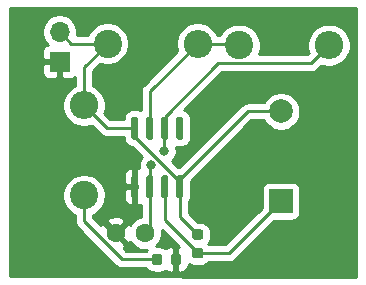
<source format=gtl>
%TF.GenerationSoftware,KiCad,Pcbnew,(5.1.6-0-10_14)*%
%TF.CreationDate,2020-09-05T01:35:09-04:00*%
%TF.ProjectId,solder_beep,736f6c64-6572-45f6-9265-65702e6b6963,rev?*%
%TF.SameCoordinates,Original*%
%TF.FileFunction,Copper,L1,Top*%
%TF.FilePolarity,Positive*%
%FSLAX46Y46*%
G04 Gerber Fmt 4.6, Leading zero omitted, Abs format (unit mm)*
G04 Created by KiCad (PCBNEW (5.1.6-0-10_14)) date 2020-09-05 01:35:09*
%MOMM*%
%LPD*%
G01*
G04 APERTURE LIST*
%TA.AperFunction,ComponentPad*%
%ADD10O,2.400000X2.400000*%
%TD*%
%TA.AperFunction,ComponentPad*%
%ADD11C,2.400000*%
%TD*%
%TA.AperFunction,ComponentPad*%
%ADD12C,1.600000*%
%TD*%
%TA.AperFunction,ComponentPad*%
%ADD13O,1.700000X1.700000*%
%TD*%
%TA.AperFunction,ComponentPad*%
%ADD14R,1.700000X1.700000*%
%TD*%
%TA.AperFunction,ComponentPad*%
%ADD15C,2.000000*%
%TD*%
%TA.AperFunction,ComponentPad*%
%ADD16R,2.000000X2.000000*%
%TD*%
%TA.AperFunction,ViaPad*%
%ADD17C,0.800000*%
%TD*%
%TA.AperFunction,Conductor*%
%ADD18C,0.250000*%
%TD*%
%TA.AperFunction,Conductor*%
%ADD19C,0.254000*%
%TD*%
G04 APERTURE END LIST*
%TO.P,U1,8*%
%TO.N,VCC*%
%TA.AperFunction,SMDPad,CuDef*%
G36*
G01*
X37030800Y12101960D02*
X36730800Y12101960D01*
G75*
G02*
X36580800Y12251960I0J150000D01*
G01*
X36580800Y13901960D01*
G75*
G02*
X36730800Y14051960I150000J0D01*
G01*
X37030800Y14051960D01*
G75*
G02*
X37180800Y13901960I0J-150000D01*
G01*
X37180800Y12251960D01*
G75*
G02*
X37030800Y12101960I-150000J0D01*
G01*
G37*
%TD.AperFunction*%
%TO.P,U1,7*%
%TO.N,Net-(R1-Pad1)*%
%TA.AperFunction,SMDPad,CuDef*%
G36*
G01*
X38300800Y12101960D02*
X38000800Y12101960D01*
G75*
G02*
X37850800Y12251960I0J150000D01*
G01*
X37850800Y13901960D01*
G75*
G02*
X38000800Y14051960I150000J0D01*
G01*
X38300800Y14051960D01*
G75*
G02*
X38450800Y13901960I0J-150000D01*
G01*
X38450800Y12251960D01*
G75*
G02*
X38300800Y12101960I-150000J0D01*
G01*
G37*
%TD.AperFunction*%
%TO.P,U1,6*%
%TO.N,Net-(C1-Pad1)*%
%TA.AperFunction,SMDPad,CuDef*%
G36*
G01*
X39570800Y12101960D02*
X39270800Y12101960D01*
G75*
G02*
X39120800Y12251960I0J150000D01*
G01*
X39120800Y13901960D01*
G75*
G02*
X39270800Y14051960I150000J0D01*
G01*
X39570800Y14051960D01*
G75*
G02*
X39720800Y13901960I0J-150000D01*
G01*
X39720800Y12251960D01*
G75*
G02*
X39570800Y12101960I-150000J0D01*
G01*
G37*
%TD.AperFunction*%
%TO.P,U1,5*%
%TO.N,Net-(U1-Pad5)*%
%TA.AperFunction,SMDPad,CuDef*%
G36*
G01*
X40840800Y12101960D02*
X40540800Y12101960D01*
G75*
G02*
X40390800Y12251960I0J150000D01*
G01*
X40390800Y13901960D01*
G75*
G02*
X40540800Y14051960I150000J0D01*
G01*
X40840800Y14051960D01*
G75*
G02*
X40990800Y13901960I0J-150000D01*
G01*
X40990800Y12251960D01*
G75*
G02*
X40840800Y12101960I-150000J0D01*
G01*
G37*
%TD.AperFunction*%
%TO.P,U1,4*%
%TO.N,VCC*%
%TA.AperFunction,SMDPad,CuDef*%
G36*
G01*
X40840800Y7151960D02*
X40540800Y7151960D01*
G75*
G02*
X40390800Y7301960I0J150000D01*
G01*
X40390800Y8951960D01*
G75*
G02*
X40540800Y9101960I150000J0D01*
G01*
X40840800Y9101960D01*
G75*
G02*
X40990800Y8951960I0J-150000D01*
G01*
X40990800Y7301960D01*
G75*
G02*
X40840800Y7151960I-150000J0D01*
G01*
G37*
%TD.AperFunction*%
%TO.P,U1,3*%
%TO.N,Net-(BZ1-Pad1)*%
%TA.AperFunction,SMDPad,CuDef*%
G36*
G01*
X39570800Y7151960D02*
X39270800Y7151960D01*
G75*
G02*
X39120800Y7301960I0J150000D01*
G01*
X39120800Y8951960D01*
G75*
G02*
X39270800Y9101960I150000J0D01*
G01*
X39570800Y9101960D01*
G75*
G02*
X39720800Y8951960I0J-150000D01*
G01*
X39720800Y7301960D01*
G75*
G02*
X39570800Y7151960I-150000J0D01*
G01*
G37*
%TD.AperFunction*%
%TO.P,U1,2*%
%TO.N,Net-(C1-Pad1)*%
%TA.AperFunction,SMDPad,CuDef*%
G36*
G01*
X38300800Y7151960D02*
X38000800Y7151960D01*
G75*
G02*
X37850800Y7301960I0J150000D01*
G01*
X37850800Y8951960D01*
G75*
G02*
X38000800Y9101960I150000J0D01*
G01*
X38300800Y9101960D01*
G75*
G02*
X38450800Y8951960I0J-150000D01*
G01*
X38450800Y7301960D01*
G75*
G02*
X38300800Y7151960I-150000J0D01*
G01*
G37*
%TD.AperFunction*%
%TO.P,U1,1*%
%TO.N,GND*%
%TA.AperFunction,SMDPad,CuDef*%
G36*
G01*
X37030800Y7151960D02*
X36730800Y7151960D01*
G75*
G02*
X36580800Y7301960I0J150000D01*
G01*
X36580800Y8951960D01*
G75*
G02*
X36730800Y9101960I150000J0D01*
G01*
X37030800Y9101960D01*
G75*
G02*
X37180800Y8951960I0J-150000D01*
G01*
X37180800Y7301960D01*
G75*
G02*
X37030800Y7151960I-150000J0D01*
G01*
G37*
%TD.AperFunction*%
%TD*%
%TO.P,D2,2*%
%TO.N,Net-(D2-Pad2)*%
%TA.AperFunction,SMDPad,CuDef*%
G36*
G01*
X39218120Y2206970D02*
X39218120Y1694470D01*
G75*
G02*
X38999370Y1475720I-218750J0D01*
G01*
X38561870Y1475720D01*
G75*
G02*
X38343120Y1694470I0J218750D01*
G01*
X38343120Y2206970D01*
G75*
G02*
X38561870Y2425720I218750J0D01*
G01*
X38999370Y2425720D01*
G75*
G02*
X39218120Y2206970I0J-218750D01*
G01*
G37*
%TD.AperFunction*%
%TO.P,D2,1*%
%TO.N,GND*%
%TA.AperFunction,SMDPad,CuDef*%
G36*
G01*
X40793120Y2206970D02*
X40793120Y1694470D01*
G75*
G02*
X40574370Y1475720I-218750J0D01*
G01*
X40136870Y1475720D01*
G75*
G02*
X39918120Y1694470I0J218750D01*
G01*
X39918120Y2206970D01*
G75*
G02*
X40136870Y2425720I218750J0D01*
G01*
X40574370Y2425720D01*
G75*
G02*
X40793120Y2206970I0J-218750D01*
G01*
G37*
%TD.AperFunction*%
%TD*%
%TO.P,D1,2*%
%TO.N,Net-(BZ1-Pad1)*%
%TA.AperFunction,SMDPad,CuDef*%
G36*
G01*
X41943310Y2916440D02*
X42455810Y2916440D01*
G75*
G02*
X42674560Y2697690I0J-218750D01*
G01*
X42674560Y2260190D01*
G75*
G02*
X42455810Y2041440I-218750J0D01*
G01*
X41943310Y2041440D01*
G75*
G02*
X41724560Y2260190I0J218750D01*
G01*
X41724560Y2697690D01*
G75*
G02*
X41943310Y2916440I218750J0D01*
G01*
G37*
%TD.AperFunction*%
%TO.P,D1,1*%
%TO.N,VCC*%
%TA.AperFunction,SMDPad,CuDef*%
G36*
G01*
X41943310Y4491440D02*
X42455810Y4491440D01*
G75*
G02*
X42674560Y4272690I0J-218750D01*
G01*
X42674560Y3835190D01*
G75*
G02*
X42455810Y3616440I-218750J0D01*
G01*
X41943310Y3616440D01*
G75*
G02*
X41724560Y3835190I0J218750D01*
G01*
X41724560Y4272690D01*
G75*
G02*
X41943310Y4491440I218750J0D01*
G01*
G37*
%TD.AperFunction*%
%TD*%
D10*
%TO.P,R2,2*%
%TO.N,VCC*%
X32572960Y14996160D03*
D11*
%TO.P,R2,1*%
%TO.N,Net-(D2-Pad2)*%
X32572960Y7376160D03*
%TD*%
D10*
%TO.P,R3,2*%
%TO.N,Net-(R1-Pad1)*%
X42199560Y20228560D03*
D11*
%TO.P,R3,1*%
%TO.N,VCC*%
X34579560Y20228560D03*
%TD*%
D10*
%TO.P,R1,2*%
%TO.N,Net-(C1-Pad1)*%
X53324760Y20091400D03*
D11*
%TO.P,R1,1*%
%TO.N,Net-(R1-Pad1)*%
X45704760Y20091400D03*
%TD*%
D12*
%TO.P,C1,2*%
%TO.N,GND*%
X35249480Y4175760D03*
%TO.P,C1,1*%
%TO.N,Net-(C1-Pad1)*%
X37749480Y4175760D03*
%TD*%
D13*
%TO.P,J1,2*%
%TO.N,VCC*%
X30515560Y21229320D03*
D14*
%TO.P,J1,1*%
%TO.N,GND*%
X30515560Y18689320D03*
%TD*%
D15*
%TO.P,BZ1,2*%
%TO.N,VCC*%
X49265840Y14488480D03*
D16*
%TO.P,BZ1,1*%
%TO.N,Net-(BZ1-Pad1)*%
X49265840Y6888480D03*
%TD*%
D17*
%TO.N,Net-(C1-Pad1)*%
X38245111Y9924111D03*
X39385240Y11099800D03*
%TD*%
D18*
%TO.N,VCC*%
X49265840Y14488480D02*
X46426440Y14488480D01*
X40690800Y8752840D02*
X40690800Y8126960D01*
X46426440Y14488480D02*
X40690800Y8752840D01*
X40690800Y5562700D02*
X42199560Y4053940D01*
X40690800Y8126960D02*
X40690800Y5562700D01*
X36880800Y12313728D02*
X36880800Y13076960D01*
X40690800Y8503728D02*
X36880800Y12313728D01*
X40690800Y8126960D02*
X40690800Y8503728D01*
X34492160Y13076960D02*
X32572960Y14996160D01*
X36880800Y13076960D02*
X34492160Y13076960D01*
X32572960Y18221960D02*
X34579560Y20228560D01*
X32572960Y14996160D02*
X32572960Y18221960D01*
X31516320Y20228560D02*
X30515560Y21229320D01*
X34579560Y20228560D02*
X31516320Y20228560D01*
%TO.N,Net-(BZ1-Pad1)*%
X44856300Y2478940D02*
X49265840Y6888480D01*
X42199560Y2478940D02*
X44856300Y2478940D01*
X39420800Y5257700D02*
X39420800Y8126960D01*
X42199560Y2478940D02*
X39420800Y5257700D01*
%TO.N,Net-(D2-Pad2)*%
X35809518Y1950720D02*
X38780620Y1950720D01*
X32572960Y5187278D02*
X35809518Y1950720D01*
X32572960Y7376160D02*
X32572960Y5187278D01*
%TO.N,Net-(C1-Pad1)*%
X43935239Y18566399D02*
X39420800Y14051960D01*
X39420800Y14051960D02*
X39420800Y13076960D01*
X51799759Y18566399D02*
X43935239Y18566399D01*
X53324760Y20091400D02*
X51799759Y18566399D01*
X38150800Y9829800D02*
X38245111Y9924111D01*
X38150800Y8126960D02*
X38150800Y9829800D01*
X39385240Y13041400D02*
X39420800Y13076960D01*
X39385240Y11099800D02*
X39385240Y13041400D01*
X38150800Y4577080D02*
X37749480Y4175760D01*
X38150800Y8126960D02*
X38150800Y4577080D01*
%TO.N,Net-(R1-Pad1)*%
X45567600Y20228560D02*
X45704760Y20091400D01*
X42199560Y20228560D02*
X45567600Y20228560D01*
X38150800Y16179800D02*
X38150800Y13076960D01*
X42199560Y20228560D02*
X38150800Y16179800D01*
%TD*%
D19*
%TO.N,GND*%
G36*
X55600443Y23231789D02*
G01*
X55581238Y493458D01*
X26354083Y542068D01*
X26339459Y17839320D01*
X29027488Y17839320D01*
X29039748Y17714838D01*
X29076058Y17595140D01*
X29135023Y17484826D01*
X29214375Y17388135D01*
X29311066Y17308783D01*
X29421380Y17249818D01*
X29541078Y17213508D01*
X29665560Y17201248D01*
X30229810Y17204320D01*
X30388560Y17363070D01*
X30388560Y18562320D01*
X29189310Y18562320D01*
X29030560Y18403570D01*
X29027488Y17839320D01*
X26339459Y17839320D01*
X26338021Y19539320D01*
X29027488Y19539320D01*
X29030560Y18975070D01*
X29189310Y18816320D01*
X30388560Y18816320D01*
X30388560Y18836320D01*
X30642560Y18836320D01*
X30642560Y18816320D01*
X30662560Y18816320D01*
X30662560Y18562320D01*
X30642560Y18562320D01*
X30642560Y17363070D01*
X30801310Y17204320D01*
X31365560Y17201248D01*
X31490042Y17213508D01*
X31609740Y17249818D01*
X31720054Y17308783D01*
X31812961Y17385029D01*
X31812961Y16667548D01*
X31703761Y16622316D01*
X31403216Y16421498D01*
X31147622Y16165904D01*
X30946804Y15865359D01*
X30808478Y15531410D01*
X30737960Y15176892D01*
X30737960Y14815428D01*
X30808478Y14460910D01*
X30946804Y14126961D01*
X31147622Y13826416D01*
X31403216Y13570822D01*
X31703761Y13370004D01*
X32037710Y13231678D01*
X32392228Y13161160D01*
X32753692Y13161160D01*
X33108210Y13231678D01*
X33217409Y13276910D01*
X33928361Y12565957D01*
X33952159Y12536959D01*
X34067884Y12441986D01*
X34199913Y12371414D01*
X34343174Y12327957D01*
X34454827Y12316960D01*
X34454835Y12316960D01*
X34492160Y12313284D01*
X34529485Y12316960D01*
X35942728Y12316960D01*
X35942728Y12251960D01*
X35957871Y12098215D01*
X36002716Y11950378D01*
X36075542Y11814131D01*
X36173549Y11694709D01*
X36292971Y11596702D01*
X36429218Y11523876D01*
X36577055Y11479031D01*
X36647649Y11472078D01*
X37488508Y10631219D01*
X37441174Y10583885D01*
X37327906Y10414367D01*
X37249885Y10226009D01*
X37210111Y10026050D01*
X37210111Y9822172D01*
X37227362Y9735446D01*
X37180800Y9740032D01*
X37166550Y9736960D01*
X37007800Y9578210D01*
X37007800Y8253960D01*
X37027800Y8253960D01*
X37027800Y7999960D01*
X37007800Y7999960D01*
X37007800Y6675710D01*
X37166550Y6516960D01*
X37180800Y6513888D01*
X37305282Y6526148D01*
X37390800Y6552090D01*
X37390801Y5567527D01*
X37330906Y5555613D01*
X37069753Y5447440D01*
X36834721Y5290397D01*
X36634843Y5090519D01*
X36500788Y4889891D01*
X36486151Y4917274D01*
X36242182Y4988857D01*
X35429085Y4175760D01*
X36242182Y3362663D01*
X36486151Y3434246D01*
X36499804Y3463101D01*
X36634843Y3261001D01*
X36834721Y3061123D01*
X37069753Y2904080D01*
X37330906Y2795907D01*
X37608145Y2740760D01*
X37890815Y2740760D01*
X37898033Y2742196D01*
X37872202Y2710720D01*
X36124320Y2710720D01*
X35929057Y2905983D01*
X35990994Y2939089D01*
X36062577Y3183058D01*
X35249480Y3996155D01*
X35235338Y3982013D01*
X35055733Y4161618D01*
X35069875Y4175760D01*
X34256778Y4988857D01*
X34012809Y4917274D01*
X33982282Y4852758D01*
X33666578Y5168462D01*
X34436383Y5168462D01*
X35249480Y4355365D01*
X36062577Y5168462D01*
X35990994Y5412431D01*
X35735484Y5533331D01*
X35461296Y5602060D01*
X35178968Y5615977D01*
X34899350Y5574547D01*
X34633188Y5479363D01*
X34507966Y5412431D01*
X34436383Y5168462D01*
X33666578Y5168462D01*
X33332960Y5502079D01*
X33332960Y5704772D01*
X33442159Y5750004D01*
X33742704Y5950822D01*
X33998298Y6206416D01*
X34199116Y6506961D01*
X34337442Y6840910D01*
X34399313Y7151960D01*
X35942728Y7151960D01*
X35954988Y7027478D01*
X35991298Y6907780D01*
X36050263Y6797466D01*
X36129615Y6700775D01*
X36226306Y6621423D01*
X36336620Y6562458D01*
X36456318Y6526148D01*
X36580800Y6513888D01*
X36595050Y6516960D01*
X36753800Y6675710D01*
X36753800Y7999960D01*
X36104550Y7999960D01*
X35945800Y7841210D01*
X35942728Y7151960D01*
X34399313Y7151960D01*
X34407960Y7195428D01*
X34407960Y7556892D01*
X34337442Y7911410D01*
X34199116Y8245359D01*
X33998298Y8545904D01*
X33742704Y8801498D01*
X33442159Y9002316D01*
X33201597Y9101960D01*
X35942728Y9101960D01*
X35945800Y8412710D01*
X36104550Y8253960D01*
X36753800Y8253960D01*
X36753800Y9578210D01*
X36595050Y9736960D01*
X36580800Y9740032D01*
X36456318Y9727772D01*
X36336620Y9691462D01*
X36226306Y9632497D01*
X36129615Y9553145D01*
X36050263Y9456454D01*
X35991298Y9346140D01*
X35954988Y9226442D01*
X35942728Y9101960D01*
X33201597Y9101960D01*
X33108210Y9140642D01*
X32753692Y9211160D01*
X32392228Y9211160D01*
X32037710Y9140642D01*
X31703761Y9002316D01*
X31403216Y8801498D01*
X31147622Y8545904D01*
X30946804Y8245359D01*
X30808478Y7911410D01*
X30737960Y7556892D01*
X30737960Y7195428D01*
X30808478Y6840910D01*
X30946804Y6506961D01*
X31147622Y6206416D01*
X31403216Y5950822D01*
X31703761Y5750004D01*
X31812961Y5704772D01*
X31812961Y5224610D01*
X31809284Y5187278D01*
X31823958Y5038293D01*
X31867414Y4895032D01*
X31937986Y4763002D01*
X32009161Y4676276D01*
X32032960Y4647277D01*
X32061958Y4623479D01*
X35245719Y1439717D01*
X35269517Y1410719D01*
X35385242Y1315746D01*
X35517271Y1245174D01*
X35660532Y1201717D01*
X35772185Y1190720D01*
X35772194Y1190720D01*
X35809517Y1187044D01*
X35846840Y1190720D01*
X37872202Y1190720D01*
X37956005Y1088605D01*
X38085845Y982049D01*
X38233978Y902870D01*
X38394712Y854112D01*
X38561870Y837648D01*
X38999370Y837648D01*
X39166528Y854112D01*
X39327262Y902870D01*
X39475395Y982049D01*
X39497050Y999820D01*
X39563626Y945183D01*
X39673940Y886218D01*
X39793638Y849908D01*
X39918120Y837648D01*
X40069870Y840720D01*
X40228620Y999470D01*
X40228620Y1823720D01*
X40208620Y1823720D01*
X40208620Y2077720D01*
X40228620Y2077720D01*
X40228620Y2901970D01*
X40069870Y3060720D01*
X39918120Y3063792D01*
X39793638Y3051532D01*
X39673940Y3015222D01*
X39563626Y2956257D01*
X39497050Y2901620D01*
X39475395Y2919391D01*
X39327262Y2998570D01*
X39166528Y3047328D01*
X38999370Y3063792D01*
X38666908Y3063792D01*
X38864117Y3261001D01*
X39021160Y3496033D01*
X39129333Y3757186D01*
X39184480Y4034425D01*
X39184480Y4317095D01*
X39159122Y4444577D01*
X40592174Y3011524D01*
X40482620Y2901970D01*
X40482620Y2077720D01*
X40502620Y2077720D01*
X40502620Y1823720D01*
X40482620Y1823720D01*
X40482620Y999470D01*
X40641370Y840720D01*
X40793120Y837648D01*
X40917602Y849908D01*
X41037300Y886218D01*
X41147614Y945183D01*
X41244305Y1024535D01*
X41323657Y1121226D01*
X41382622Y1231540D01*
X41418932Y1351238D01*
X41431192Y1475720D01*
X41429519Y1578762D01*
X41467285Y1547769D01*
X41615418Y1468590D01*
X41776152Y1419832D01*
X41943310Y1403368D01*
X42455810Y1403368D01*
X42622968Y1419832D01*
X42783702Y1468590D01*
X42931835Y1547769D01*
X43061675Y1654325D01*
X43114703Y1718940D01*
X44818978Y1718940D01*
X44856300Y1715264D01*
X44893622Y1718940D01*
X44893633Y1718940D01*
X45005286Y1729937D01*
X45148547Y1773394D01*
X45280576Y1843966D01*
X45396301Y1938939D01*
X45420104Y1967943D01*
X48702570Y5250408D01*
X50265840Y5250408D01*
X50390322Y5262668D01*
X50510020Y5298978D01*
X50620334Y5357943D01*
X50717025Y5437295D01*
X50796377Y5533986D01*
X50855342Y5644300D01*
X50891652Y5763998D01*
X50903912Y5888480D01*
X50903912Y7888480D01*
X50891652Y8012962D01*
X50855342Y8132660D01*
X50796377Y8242974D01*
X50717025Y8339665D01*
X50620334Y8419017D01*
X50510020Y8477982D01*
X50390322Y8514292D01*
X50265840Y8526552D01*
X48265840Y8526552D01*
X48141358Y8514292D01*
X48021660Y8477982D01*
X47911346Y8419017D01*
X47814655Y8339665D01*
X47735303Y8242974D01*
X47676338Y8132660D01*
X47640028Y8012962D01*
X47627768Y7888480D01*
X47627768Y6325210D01*
X44541499Y3238940D01*
X43114703Y3238940D01*
X43092134Y3266440D01*
X43168231Y3359165D01*
X43247410Y3507298D01*
X43296168Y3668032D01*
X43312632Y3835190D01*
X43312632Y4272690D01*
X43296168Y4439848D01*
X43247410Y4600582D01*
X43168231Y4748715D01*
X43061675Y4878555D01*
X42931835Y4985111D01*
X42783702Y5064290D01*
X42622968Y5113048D01*
X42455810Y5129512D01*
X42198790Y5129512D01*
X41450800Y5877501D01*
X41450800Y6808984D01*
X41496058Y6864131D01*
X41568884Y7000378D01*
X41613729Y7148215D01*
X41628872Y7301960D01*
X41628872Y8616111D01*
X46741242Y13728480D01*
X47810931Y13728480D01*
X47816922Y13714017D01*
X47995853Y13446228D01*
X48223588Y13218493D01*
X48491377Y13039562D01*
X48788928Y12916312D01*
X49104807Y12853480D01*
X49426873Y12853480D01*
X49742752Y12916312D01*
X50040303Y13039562D01*
X50308092Y13218493D01*
X50535827Y13446228D01*
X50714758Y13714017D01*
X50838008Y14011568D01*
X50900840Y14327447D01*
X50900840Y14649513D01*
X50838008Y14965392D01*
X50714758Y15262943D01*
X50535827Y15530732D01*
X50308092Y15758467D01*
X50040303Y15937398D01*
X49742752Y16060648D01*
X49426873Y16123480D01*
X49104807Y16123480D01*
X48788928Y16060648D01*
X48491377Y15937398D01*
X48223588Y15758467D01*
X47995853Y15530732D01*
X47816922Y15262943D01*
X47810931Y15248480D01*
X46463763Y15248480D01*
X46426440Y15252156D01*
X46389117Y15248480D01*
X46389107Y15248480D01*
X46277454Y15237483D01*
X46134193Y15194026D01*
X46002163Y15123454D01*
X45918523Y15054812D01*
X45886439Y15028481D01*
X45862641Y14999483D01*
X40603191Y9740032D01*
X40540800Y9740032D01*
X40530329Y9739001D01*
X40002124Y10267205D01*
X40045014Y10295863D01*
X40189177Y10440026D01*
X40302445Y10609544D01*
X40380466Y10797902D01*
X40420240Y10997861D01*
X40420240Y11201739D01*
X40380466Y11401698D01*
X40342883Y11492430D01*
X40387055Y11479031D01*
X40540800Y11463888D01*
X40840800Y11463888D01*
X40994545Y11479031D01*
X41142382Y11523876D01*
X41278629Y11596702D01*
X41398051Y11694709D01*
X41496058Y11814131D01*
X41568884Y11950378D01*
X41613729Y12098215D01*
X41628872Y12251960D01*
X41628872Y13901960D01*
X41613729Y14055705D01*
X41568884Y14203542D01*
X41496058Y14339789D01*
X41398051Y14459211D01*
X41278629Y14557218D01*
X41142382Y14630044D01*
X41089674Y14646033D01*
X44250041Y17806399D01*
X51762437Y17806399D01*
X51799759Y17802723D01*
X51837081Y17806399D01*
X51837092Y17806399D01*
X51948745Y17817396D01*
X52092006Y17860853D01*
X52224035Y17931425D01*
X52339760Y18026398D01*
X52363563Y18055402D01*
X52680311Y18372150D01*
X52789510Y18326918D01*
X53144028Y18256400D01*
X53505492Y18256400D01*
X53860010Y18326918D01*
X54193959Y18465244D01*
X54494504Y18666062D01*
X54750098Y18921656D01*
X54950916Y19222201D01*
X55089242Y19556150D01*
X55159760Y19910668D01*
X55159760Y20272132D01*
X55089242Y20626650D01*
X54950916Y20960599D01*
X54750098Y21261144D01*
X54494504Y21516738D01*
X54193959Y21717556D01*
X53860010Y21855882D01*
X53505492Y21926400D01*
X53144028Y21926400D01*
X52789510Y21855882D01*
X52455561Y21717556D01*
X52155016Y21516738D01*
X51899422Y21261144D01*
X51698604Y20960599D01*
X51560278Y20626650D01*
X51489760Y20272132D01*
X51489760Y19910668D01*
X51560278Y19556150D01*
X51605510Y19446951D01*
X51484958Y19326399D01*
X47374076Y19326399D01*
X47469242Y19556150D01*
X47539760Y19910668D01*
X47539760Y20272132D01*
X47469242Y20626650D01*
X47330916Y20960599D01*
X47130098Y21261144D01*
X46874504Y21516738D01*
X46573959Y21717556D01*
X46240010Y21855882D01*
X45885492Y21926400D01*
X45524028Y21926400D01*
X45169510Y21855882D01*
X44835561Y21717556D01*
X44535016Y21516738D01*
X44279422Y21261144D01*
X44097287Y20988560D01*
X43870948Y20988560D01*
X43825716Y21097759D01*
X43624898Y21398304D01*
X43369304Y21653898D01*
X43068759Y21854716D01*
X42734810Y21993042D01*
X42380292Y22063560D01*
X42018828Y22063560D01*
X41664310Y21993042D01*
X41330361Y21854716D01*
X41029816Y21653898D01*
X40774222Y21398304D01*
X40573404Y21097759D01*
X40435078Y20763810D01*
X40364560Y20409292D01*
X40364560Y20047828D01*
X40435078Y19693310D01*
X40480310Y19584111D01*
X37639803Y16743604D01*
X37610799Y16719801D01*
X37555671Y16652626D01*
X37515826Y16604076D01*
X37445255Y16472047D01*
X37445254Y16472046D01*
X37401797Y16328785D01*
X37390800Y16217132D01*
X37390800Y16217122D01*
X37387124Y16179800D01*
X37390800Y16142477D01*
X37390801Y14598818D01*
X37332382Y14630044D01*
X37184545Y14674889D01*
X37030800Y14690032D01*
X36730800Y14690032D01*
X36577055Y14674889D01*
X36429218Y14630044D01*
X36292971Y14557218D01*
X36173549Y14459211D01*
X36075542Y14339789D01*
X36002716Y14203542D01*
X35957871Y14055705D01*
X35942728Y13901960D01*
X35942728Y13836960D01*
X34806962Y13836960D01*
X34292210Y14351711D01*
X34337442Y14460910D01*
X34407960Y14815428D01*
X34407960Y15176892D01*
X34337442Y15531410D01*
X34199116Y15865359D01*
X33998298Y16165904D01*
X33742704Y16421498D01*
X33442159Y16622316D01*
X33332960Y16667548D01*
X33332960Y17907159D01*
X33935111Y18509310D01*
X34044310Y18464078D01*
X34398828Y18393560D01*
X34760292Y18393560D01*
X35114810Y18464078D01*
X35448759Y18602404D01*
X35749304Y18803222D01*
X36004898Y19058816D01*
X36205716Y19359361D01*
X36344042Y19693310D01*
X36414560Y20047828D01*
X36414560Y20409292D01*
X36344042Y20763810D01*
X36205716Y21097759D01*
X36004898Y21398304D01*
X35749304Y21653898D01*
X35448759Y21854716D01*
X35114810Y21993042D01*
X34760292Y22063560D01*
X34398828Y22063560D01*
X34044310Y21993042D01*
X33710361Y21854716D01*
X33409816Y21653898D01*
X33154222Y21398304D01*
X32953404Y21097759D01*
X32908172Y20988560D01*
X31981763Y20988560D01*
X32000560Y21083060D01*
X32000560Y21375580D01*
X31943492Y21662478D01*
X31831550Y21932731D01*
X31669035Y22175952D01*
X31462192Y22382795D01*
X31218971Y22545310D01*
X30948718Y22657252D01*
X30661820Y22714320D01*
X30369300Y22714320D01*
X30082402Y22657252D01*
X29812149Y22545310D01*
X29568928Y22382795D01*
X29362085Y22175952D01*
X29199570Y21932731D01*
X29087628Y21662478D01*
X29030560Y21375580D01*
X29030560Y21083060D01*
X29087628Y20796162D01*
X29199570Y20525909D01*
X29362085Y20282688D01*
X29493940Y20150833D01*
X29421380Y20128822D01*
X29311066Y20069857D01*
X29214375Y19990505D01*
X29135023Y19893814D01*
X29076058Y19783500D01*
X29039748Y19663802D01*
X29027488Y19539320D01*
X26338021Y19539320D01*
X26334878Y23256092D01*
X55600443Y23231789D01*
G37*
X55600443Y23231789D02*
X55581238Y493458D01*
X26354083Y542068D01*
X26339459Y17839320D01*
X29027488Y17839320D01*
X29039748Y17714838D01*
X29076058Y17595140D01*
X29135023Y17484826D01*
X29214375Y17388135D01*
X29311066Y17308783D01*
X29421380Y17249818D01*
X29541078Y17213508D01*
X29665560Y17201248D01*
X30229810Y17204320D01*
X30388560Y17363070D01*
X30388560Y18562320D01*
X29189310Y18562320D01*
X29030560Y18403570D01*
X29027488Y17839320D01*
X26339459Y17839320D01*
X26338021Y19539320D01*
X29027488Y19539320D01*
X29030560Y18975070D01*
X29189310Y18816320D01*
X30388560Y18816320D01*
X30388560Y18836320D01*
X30642560Y18836320D01*
X30642560Y18816320D01*
X30662560Y18816320D01*
X30662560Y18562320D01*
X30642560Y18562320D01*
X30642560Y17363070D01*
X30801310Y17204320D01*
X31365560Y17201248D01*
X31490042Y17213508D01*
X31609740Y17249818D01*
X31720054Y17308783D01*
X31812961Y17385029D01*
X31812961Y16667548D01*
X31703761Y16622316D01*
X31403216Y16421498D01*
X31147622Y16165904D01*
X30946804Y15865359D01*
X30808478Y15531410D01*
X30737960Y15176892D01*
X30737960Y14815428D01*
X30808478Y14460910D01*
X30946804Y14126961D01*
X31147622Y13826416D01*
X31403216Y13570822D01*
X31703761Y13370004D01*
X32037710Y13231678D01*
X32392228Y13161160D01*
X32753692Y13161160D01*
X33108210Y13231678D01*
X33217409Y13276910D01*
X33928361Y12565957D01*
X33952159Y12536959D01*
X34067884Y12441986D01*
X34199913Y12371414D01*
X34343174Y12327957D01*
X34454827Y12316960D01*
X34454835Y12316960D01*
X34492160Y12313284D01*
X34529485Y12316960D01*
X35942728Y12316960D01*
X35942728Y12251960D01*
X35957871Y12098215D01*
X36002716Y11950378D01*
X36075542Y11814131D01*
X36173549Y11694709D01*
X36292971Y11596702D01*
X36429218Y11523876D01*
X36577055Y11479031D01*
X36647649Y11472078D01*
X37488508Y10631219D01*
X37441174Y10583885D01*
X37327906Y10414367D01*
X37249885Y10226009D01*
X37210111Y10026050D01*
X37210111Y9822172D01*
X37227362Y9735446D01*
X37180800Y9740032D01*
X37166550Y9736960D01*
X37007800Y9578210D01*
X37007800Y8253960D01*
X37027800Y8253960D01*
X37027800Y7999960D01*
X37007800Y7999960D01*
X37007800Y6675710D01*
X37166550Y6516960D01*
X37180800Y6513888D01*
X37305282Y6526148D01*
X37390800Y6552090D01*
X37390801Y5567527D01*
X37330906Y5555613D01*
X37069753Y5447440D01*
X36834721Y5290397D01*
X36634843Y5090519D01*
X36500788Y4889891D01*
X36486151Y4917274D01*
X36242182Y4988857D01*
X35429085Y4175760D01*
X36242182Y3362663D01*
X36486151Y3434246D01*
X36499804Y3463101D01*
X36634843Y3261001D01*
X36834721Y3061123D01*
X37069753Y2904080D01*
X37330906Y2795907D01*
X37608145Y2740760D01*
X37890815Y2740760D01*
X37898033Y2742196D01*
X37872202Y2710720D01*
X36124320Y2710720D01*
X35929057Y2905983D01*
X35990994Y2939089D01*
X36062577Y3183058D01*
X35249480Y3996155D01*
X35235338Y3982013D01*
X35055733Y4161618D01*
X35069875Y4175760D01*
X34256778Y4988857D01*
X34012809Y4917274D01*
X33982282Y4852758D01*
X33666578Y5168462D01*
X34436383Y5168462D01*
X35249480Y4355365D01*
X36062577Y5168462D01*
X35990994Y5412431D01*
X35735484Y5533331D01*
X35461296Y5602060D01*
X35178968Y5615977D01*
X34899350Y5574547D01*
X34633188Y5479363D01*
X34507966Y5412431D01*
X34436383Y5168462D01*
X33666578Y5168462D01*
X33332960Y5502079D01*
X33332960Y5704772D01*
X33442159Y5750004D01*
X33742704Y5950822D01*
X33998298Y6206416D01*
X34199116Y6506961D01*
X34337442Y6840910D01*
X34399313Y7151960D01*
X35942728Y7151960D01*
X35954988Y7027478D01*
X35991298Y6907780D01*
X36050263Y6797466D01*
X36129615Y6700775D01*
X36226306Y6621423D01*
X36336620Y6562458D01*
X36456318Y6526148D01*
X36580800Y6513888D01*
X36595050Y6516960D01*
X36753800Y6675710D01*
X36753800Y7999960D01*
X36104550Y7999960D01*
X35945800Y7841210D01*
X35942728Y7151960D01*
X34399313Y7151960D01*
X34407960Y7195428D01*
X34407960Y7556892D01*
X34337442Y7911410D01*
X34199116Y8245359D01*
X33998298Y8545904D01*
X33742704Y8801498D01*
X33442159Y9002316D01*
X33201597Y9101960D01*
X35942728Y9101960D01*
X35945800Y8412710D01*
X36104550Y8253960D01*
X36753800Y8253960D01*
X36753800Y9578210D01*
X36595050Y9736960D01*
X36580800Y9740032D01*
X36456318Y9727772D01*
X36336620Y9691462D01*
X36226306Y9632497D01*
X36129615Y9553145D01*
X36050263Y9456454D01*
X35991298Y9346140D01*
X35954988Y9226442D01*
X35942728Y9101960D01*
X33201597Y9101960D01*
X33108210Y9140642D01*
X32753692Y9211160D01*
X32392228Y9211160D01*
X32037710Y9140642D01*
X31703761Y9002316D01*
X31403216Y8801498D01*
X31147622Y8545904D01*
X30946804Y8245359D01*
X30808478Y7911410D01*
X30737960Y7556892D01*
X30737960Y7195428D01*
X30808478Y6840910D01*
X30946804Y6506961D01*
X31147622Y6206416D01*
X31403216Y5950822D01*
X31703761Y5750004D01*
X31812961Y5704772D01*
X31812961Y5224610D01*
X31809284Y5187278D01*
X31823958Y5038293D01*
X31867414Y4895032D01*
X31937986Y4763002D01*
X32009161Y4676276D01*
X32032960Y4647277D01*
X32061958Y4623479D01*
X35245719Y1439717D01*
X35269517Y1410719D01*
X35385242Y1315746D01*
X35517271Y1245174D01*
X35660532Y1201717D01*
X35772185Y1190720D01*
X35772194Y1190720D01*
X35809517Y1187044D01*
X35846840Y1190720D01*
X37872202Y1190720D01*
X37956005Y1088605D01*
X38085845Y982049D01*
X38233978Y902870D01*
X38394712Y854112D01*
X38561870Y837648D01*
X38999370Y837648D01*
X39166528Y854112D01*
X39327262Y902870D01*
X39475395Y982049D01*
X39497050Y999820D01*
X39563626Y945183D01*
X39673940Y886218D01*
X39793638Y849908D01*
X39918120Y837648D01*
X40069870Y840720D01*
X40228620Y999470D01*
X40228620Y1823720D01*
X40208620Y1823720D01*
X40208620Y2077720D01*
X40228620Y2077720D01*
X40228620Y2901970D01*
X40069870Y3060720D01*
X39918120Y3063792D01*
X39793638Y3051532D01*
X39673940Y3015222D01*
X39563626Y2956257D01*
X39497050Y2901620D01*
X39475395Y2919391D01*
X39327262Y2998570D01*
X39166528Y3047328D01*
X38999370Y3063792D01*
X38666908Y3063792D01*
X38864117Y3261001D01*
X39021160Y3496033D01*
X39129333Y3757186D01*
X39184480Y4034425D01*
X39184480Y4317095D01*
X39159122Y4444577D01*
X40592174Y3011524D01*
X40482620Y2901970D01*
X40482620Y2077720D01*
X40502620Y2077720D01*
X40502620Y1823720D01*
X40482620Y1823720D01*
X40482620Y999470D01*
X40641370Y840720D01*
X40793120Y837648D01*
X40917602Y849908D01*
X41037300Y886218D01*
X41147614Y945183D01*
X41244305Y1024535D01*
X41323657Y1121226D01*
X41382622Y1231540D01*
X41418932Y1351238D01*
X41431192Y1475720D01*
X41429519Y1578762D01*
X41467285Y1547769D01*
X41615418Y1468590D01*
X41776152Y1419832D01*
X41943310Y1403368D01*
X42455810Y1403368D01*
X42622968Y1419832D01*
X42783702Y1468590D01*
X42931835Y1547769D01*
X43061675Y1654325D01*
X43114703Y1718940D01*
X44818978Y1718940D01*
X44856300Y1715264D01*
X44893622Y1718940D01*
X44893633Y1718940D01*
X45005286Y1729937D01*
X45148547Y1773394D01*
X45280576Y1843966D01*
X45396301Y1938939D01*
X45420104Y1967943D01*
X48702570Y5250408D01*
X50265840Y5250408D01*
X50390322Y5262668D01*
X50510020Y5298978D01*
X50620334Y5357943D01*
X50717025Y5437295D01*
X50796377Y5533986D01*
X50855342Y5644300D01*
X50891652Y5763998D01*
X50903912Y5888480D01*
X50903912Y7888480D01*
X50891652Y8012962D01*
X50855342Y8132660D01*
X50796377Y8242974D01*
X50717025Y8339665D01*
X50620334Y8419017D01*
X50510020Y8477982D01*
X50390322Y8514292D01*
X50265840Y8526552D01*
X48265840Y8526552D01*
X48141358Y8514292D01*
X48021660Y8477982D01*
X47911346Y8419017D01*
X47814655Y8339665D01*
X47735303Y8242974D01*
X47676338Y8132660D01*
X47640028Y8012962D01*
X47627768Y7888480D01*
X47627768Y6325210D01*
X44541499Y3238940D01*
X43114703Y3238940D01*
X43092134Y3266440D01*
X43168231Y3359165D01*
X43247410Y3507298D01*
X43296168Y3668032D01*
X43312632Y3835190D01*
X43312632Y4272690D01*
X43296168Y4439848D01*
X43247410Y4600582D01*
X43168231Y4748715D01*
X43061675Y4878555D01*
X42931835Y4985111D01*
X42783702Y5064290D01*
X42622968Y5113048D01*
X42455810Y5129512D01*
X42198790Y5129512D01*
X41450800Y5877501D01*
X41450800Y6808984D01*
X41496058Y6864131D01*
X41568884Y7000378D01*
X41613729Y7148215D01*
X41628872Y7301960D01*
X41628872Y8616111D01*
X46741242Y13728480D01*
X47810931Y13728480D01*
X47816922Y13714017D01*
X47995853Y13446228D01*
X48223588Y13218493D01*
X48491377Y13039562D01*
X48788928Y12916312D01*
X49104807Y12853480D01*
X49426873Y12853480D01*
X49742752Y12916312D01*
X50040303Y13039562D01*
X50308092Y13218493D01*
X50535827Y13446228D01*
X50714758Y13714017D01*
X50838008Y14011568D01*
X50900840Y14327447D01*
X50900840Y14649513D01*
X50838008Y14965392D01*
X50714758Y15262943D01*
X50535827Y15530732D01*
X50308092Y15758467D01*
X50040303Y15937398D01*
X49742752Y16060648D01*
X49426873Y16123480D01*
X49104807Y16123480D01*
X48788928Y16060648D01*
X48491377Y15937398D01*
X48223588Y15758467D01*
X47995853Y15530732D01*
X47816922Y15262943D01*
X47810931Y15248480D01*
X46463763Y15248480D01*
X46426440Y15252156D01*
X46389117Y15248480D01*
X46389107Y15248480D01*
X46277454Y15237483D01*
X46134193Y15194026D01*
X46002163Y15123454D01*
X45918523Y15054812D01*
X45886439Y15028481D01*
X45862641Y14999483D01*
X40603191Y9740032D01*
X40540800Y9740032D01*
X40530329Y9739001D01*
X40002124Y10267205D01*
X40045014Y10295863D01*
X40189177Y10440026D01*
X40302445Y10609544D01*
X40380466Y10797902D01*
X40420240Y10997861D01*
X40420240Y11201739D01*
X40380466Y11401698D01*
X40342883Y11492430D01*
X40387055Y11479031D01*
X40540800Y11463888D01*
X40840800Y11463888D01*
X40994545Y11479031D01*
X41142382Y11523876D01*
X41278629Y11596702D01*
X41398051Y11694709D01*
X41496058Y11814131D01*
X41568884Y11950378D01*
X41613729Y12098215D01*
X41628872Y12251960D01*
X41628872Y13901960D01*
X41613729Y14055705D01*
X41568884Y14203542D01*
X41496058Y14339789D01*
X41398051Y14459211D01*
X41278629Y14557218D01*
X41142382Y14630044D01*
X41089674Y14646033D01*
X44250041Y17806399D01*
X51762437Y17806399D01*
X51799759Y17802723D01*
X51837081Y17806399D01*
X51837092Y17806399D01*
X51948745Y17817396D01*
X52092006Y17860853D01*
X52224035Y17931425D01*
X52339760Y18026398D01*
X52363563Y18055402D01*
X52680311Y18372150D01*
X52789510Y18326918D01*
X53144028Y18256400D01*
X53505492Y18256400D01*
X53860010Y18326918D01*
X54193959Y18465244D01*
X54494504Y18666062D01*
X54750098Y18921656D01*
X54950916Y19222201D01*
X55089242Y19556150D01*
X55159760Y19910668D01*
X55159760Y20272132D01*
X55089242Y20626650D01*
X54950916Y20960599D01*
X54750098Y21261144D01*
X54494504Y21516738D01*
X54193959Y21717556D01*
X53860010Y21855882D01*
X53505492Y21926400D01*
X53144028Y21926400D01*
X52789510Y21855882D01*
X52455561Y21717556D01*
X52155016Y21516738D01*
X51899422Y21261144D01*
X51698604Y20960599D01*
X51560278Y20626650D01*
X51489760Y20272132D01*
X51489760Y19910668D01*
X51560278Y19556150D01*
X51605510Y19446951D01*
X51484958Y19326399D01*
X47374076Y19326399D01*
X47469242Y19556150D01*
X47539760Y19910668D01*
X47539760Y20272132D01*
X47469242Y20626650D01*
X47330916Y20960599D01*
X47130098Y21261144D01*
X46874504Y21516738D01*
X46573959Y21717556D01*
X46240010Y21855882D01*
X45885492Y21926400D01*
X45524028Y21926400D01*
X45169510Y21855882D01*
X44835561Y21717556D01*
X44535016Y21516738D01*
X44279422Y21261144D01*
X44097287Y20988560D01*
X43870948Y20988560D01*
X43825716Y21097759D01*
X43624898Y21398304D01*
X43369304Y21653898D01*
X43068759Y21854716D01*
X42734810Y21993042D01*
X42380292Y22063560D01*
X42018828Y22063560D01*
X41664310Y21993042D01*
X41330361Y21854716D01*
X41029816Y21653898D01*
X40774222Y21398304D01*
X40573404Y21097759D01*
X40435078Y20763810D01*
X40364560Y20409292D01*
X40364560Y20047828D01*
X40435078Y19693310D01*
X40480310Y19584111D01*
X37639803Y16743604D01*
X37610799Y16719801D01*
X37555671Y16652626D01*
X37515826Y16604076D01*
X37445255Y16472047D01*
X37445254Y16472046D01*
X37401797Y16328785D01*
X37390800Y16217132D01*
X37390800Y16217122D01*
X37387124Y16179800D01*
X37390800Y16142477D01*
X37390801Y14598818D01*
X37332382Y14630044D01*
X37184545Y14674889D01*
X37030800Y14690032D01*
X36730800Y14690032D01*
X36577055Y14674889D01*
X36429218Y14630044D01*
X36292971Y14557218D01*
X36173549Y14459211D01*
X36075542Y14339789D01*
X36002716Y14203542D01*
X35957871Y14055705D01*
X35942728Y13901960D01*
X35942728Y13836960D01*
X34806962Y13836960D01*
X34292210Y14351711D01*
X34337442Y14460910D01*
X34407960Y14815428D01*
X34407960Y15176892D01*
X34337442Y15531410D01*
X34199116Y15865359D01*
X33998298Y16165904D01*
X33742704Y16421498D01*
X33442159Y16622316D01*
X33332960Y16667548D01*
X33332960Y17907159D01*
X33935111Y18509310D01*
X34044310Y18464078D01*
X34398828Y18393560D01*
X34760292Y18393560D01*
X35114810Y18464078D01*
X35448759Y18602404D01*
X35749304Y18803222D01*
X36004898Y19058816D01*
X36205716Y19359361D01*
X36344042Y19693310D01*
X36414560Y20047828D01*
X36414560Y20409292D01*
X36344042Y20763810D01*
X36205716Y21097759D01*
X36004898Y21398304D01*
X35749304Y21653898D01*
X35448759Y21854716D01*
X35114810Y21993042D01*
X34760292Y22063560D01*
X34398828Y22063560D01*
X34044310Y21993042D01*
X33710361Y21854716D01*
X33409816Y21653898D01*
X33154222Y21398304D01*
X32953404Y21097759D01*
X32908172Y20988560D01*
X31981763Y20988560D01*
X32000560Y21083060D01*
X32000560Y21375580D01*
X31943492Y21662478D01*
X31831550Y21932731D01*
X31669035Y22175952D01*
X31462192Y22382795D01*
X31218971Y22545310D01*
X30948718Y22657252D01*
X30661820Y22714320D01*
X30369300Y22714320D01*
X30082402Y22657252D01*
X29812149Y22545310D01*
X29568928Y22382795D01*
X29362085Y22175952D01*
X29199570Y21932731D01*
X29087628Y21662478D01*
X29030560Y21375580D01*
X29030560Y21083060D01*
X29087628Y20796162D01*
X29199570Y20525909D01*
X29362085Y20282688D01*
X29493940Y20150833D01*
X29421380Y20128822D01*
X29311066Y20069857D01*
X29214375Y19990505D01*
X29135023Y19893814D01*
X29076058Y19783500D01*
X29039748Y19663802D01*
X29027488Y19539320D01*
X26338021Y19539320D01*
X26334878Y23256092D01*
X55600443Y23231789D01*
%TD*%
M02*

</source>
